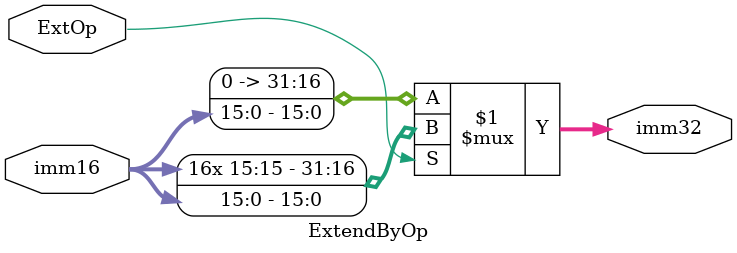
<source format=v>
module ExtendByOp(
    input [15:0] imm16,
    input ExtOp,
    output [31:0] imm32
);
    // 1为符号扩展，0为0扩展
    assign imm32 = ExtOp ? {{16{imm16[15]}}, imm16} : {16'b0, imm16};
endmodule
</source>
